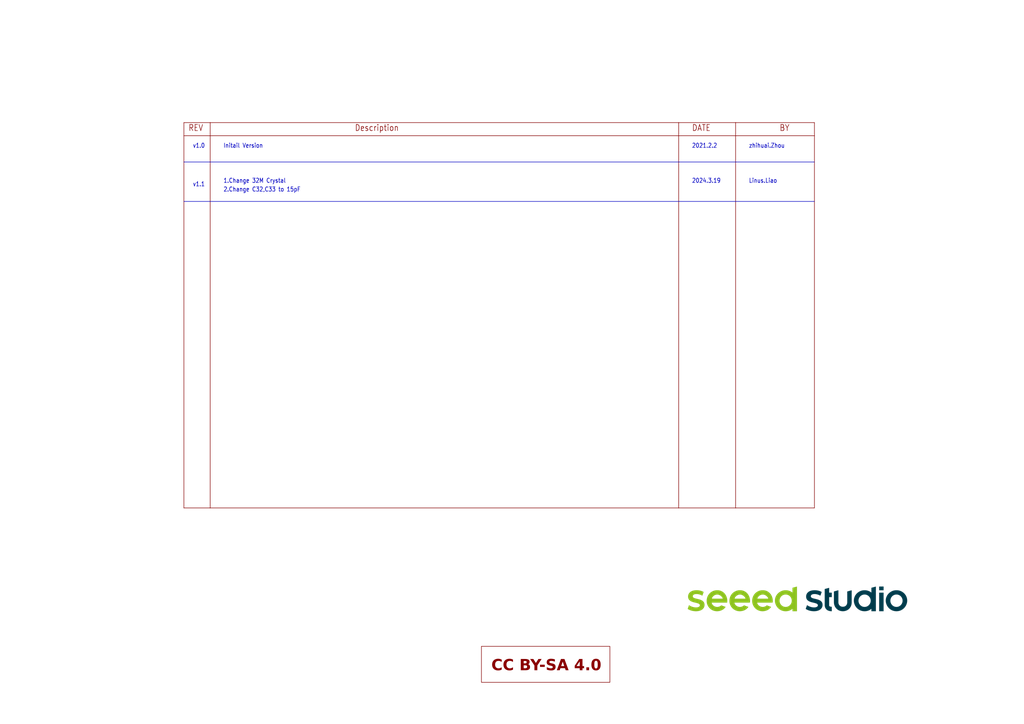
<source format=kicad_sch>
(kicad_sch (version 20250114) (generator "eeschema") (generator_version "9.0")
  (paper "A4")
  (title_block (title "XIAO nRF52840") (date "2025-12-19") (rev "V1.1"))
  (lib_symbols
    (symbol "Misc:LOGO_CC_BY-SA_4.0"
      (symbol "LOGO_CC_BY-SA_4.0_0_1"
        (rectangle (start -18.58 5.6) (end 18.68 -4.84))
      )
      (symbol "LOGO_CC_BY-SA_4.0_1_1"
        (text "CC BY-SA 4.0" (at 0.254 0 0) (effects (font (size 3.2 3.2) (thickness 0.254) (bold yes))))
      )
    )
    (symbol "Seeed Studio XIAO nRF52840 v1.1-eagle-import:SEEDSTUDIO-SCH-MODLIST"
      (symbol "SEEDSTUDIO-SCH-MODLIST_1_0"
        (polyline (pts (xy 0 0) (xy 7.62 0)) (stroke (width 0.1524)))
        (polyline (pts (xy 0 -3.81) (xy 0 0)) (stroke (width 0.1524)))
        (polyline (pts (xy 0 -3.81) (xy 182.88 -3.81)) (stroke (width 0.1524)))
        (polyline (pts (xy 0 -111.76) (xy 0 -3.81)) (stroke (width 0.1524)))
        (polyline (pts (xy 7.62 0) (xy 7.62 -111.76)) (stroke (width 0.1524)))
        (polyline (pts (xy 7.62 0) (xy 143.51 0)) (stroke (width 0.1524)))
        (polyline (pts (xy 7.62 -111.76) (xy 0 -111.76)) (stroke (width 0.1524)))
        (polyline (pts (xy 143.51 0) (xy 143.51 -111.76)) (stroke (width 0.1524)))
        (polyline (pts (xy 143.51 0) (xy 160.02 0)) (stroke (width 0.1524)))
        (polyline (pts (xy 143.51 -111.76) (xy 7.62 -111.76)) (stroke (width 0.1524)))
        (polyline (pts (xy 160.02 0) (xy 160.02 -111.76)) (stroke (width 0.1524)))
        (polyline (pts (xy 160.02 0) (xy 182.88 0)) (stroke (width 0.1524)))
        (polyline (pts (xy 160.02 -111.76) (xy 143.51 -111.76)) (stroke (width 0.1524)))
        (polyline (pts (xy 182.88 0) (xy 182.88 -3.81)) (stroke (width 0.1524)))
        (polyline (pts (xy 182.88 -3.81) (xy 182.88 -111.76)) (stroke (width 0.1524)))
        (polyline (pts (xy 182.88 -111.76) (xy 160.02 -111.76)) (stroke (width 0.1524)))
        (text "REV" (at 1.27 -2.54 0) (effects (font (size 1.778 1.5113)) (justify left bottom)))
        (text "Description" (at 49.53 -2.54 0) (effects (font (size 1.778 1.5113)) (justify left bottom)))
        (text "DATE" (at 147.32 -2.54 0) (effects (font (size 1.778 1.5113)) (justify left bottom)))
        (text "BY" (at 172.72 -2.54 0) (effects (font (size 1.778 1.5113)) (justify left bottom)))
      )
    )
  )
  (text "zhihuai.Zhou" (at 217.17 43.18 0) (effects (font (size 1.27 1.0795)) (justify left bottom)))
  (text "Linus.Liao" (at 217.17 53.34 0) (effects (font (size 1.27 1.0795)) (justify left bottom)))
  (text "2021.2.2" (at 200.66 43.18 0) (effects (font (size 1.27 1.0795)) (justify left bottom)))
  (text "v1.0" (at 55.88 43.18 0) (effects (font (size 1.27 1.0795)) (justify left bottom)))
  (text "2.Change C32,C33 to 15pF" (at 64.77 55.88 0) (effects (font (size 1.27 1.0795)) (justify left bottom)))
  (text "v1.1" (at 55.88 54.356 0) (effects (font (size 1.27 1.0795)) (justify left bottom)))
  (text "1.Change 32M Crystal" (at 64.77 53.34 0) (effects (font (size 1.27 1.0795)) (justify left bottom)))
  (text "2024.3.19" (at 200.66 53.34 0) (effects (font (size 1.27 1.0795)) (justify left bottom)))
  (text "Initail Version" (at 64.77 43.18 0) (effects (font (size 1.27 1.0795)) (justify left bottom)))
  (polyline (pts (xy 53.34 58.42) (xy 236.22 58.42)) (stroke (width 0.1524) (type solid)))
  (polyline (pts (xy 53.34 46.99) (xy 236.22 46.99)) (stroke (width 0.1524) (type solid)))
  (image (at 231.0892 173.8376) (scale 0.563076))
  (symbol (lib_id "Seeed Studio XIAO nRF52840 v1.1-eagle-import:SEEDSTUDIO-SCH-MODLIST") (at 53.34 35.56 0) (unit 1)
    (property "Reference" "#U$33" (effects (hide yes)))
    (property "Value" "SEEDSTUDIO-SCH-MODLIST" (effects (hide yes)))
  )
  (symbol (lib_id "Misc:LOGO_CC_BY-SA_4.0") (at 158.2166 193.0654 0) (unit 1)
    (property "Reference" "U8" (effects (hide yes)))
    (property "Footprint" "Misc:LOGO_CC_BY-SA_4.0" (effects (hide yes)))
  )
)
</source>
